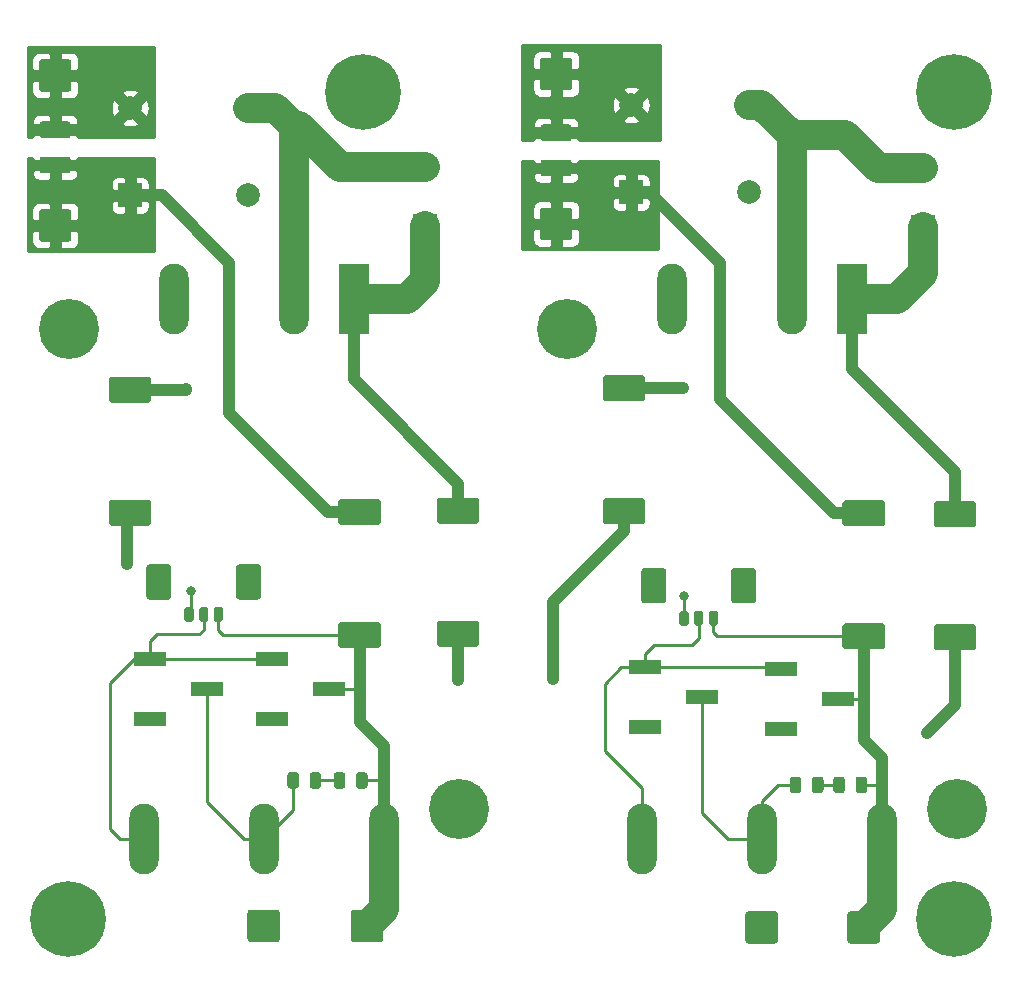
<source format=gtl>
G04 #@! TF.GenerationSoftware,KiCad,Pcbnew,5.1.6+dfsg1-1~bpo9+1*
G04 #@! TF.CreationDate,2022-04-04T20:49:37+02:00*
G04 #@! TF.ProjectId,sdrtrx-traco,73647274-7278-42d7-9472-61636f2e6b69,1*
G04 #@! TF.SameCoordinates,Original*
G04 #@! TF.FileFunction,Copper,L1,Top*
G04 #@! TF.FilePolarity,Positive*
%FSLAX46Y46*%
G04 Gerber Fmt 4.6, Leading zero omitted, Abs format (unit mm)*
G04 Created by KiCad (PCBNEW 5.1.6+dfsg1-1~bpo9+1) date 2022-04-04 20:49:37*
%MOMM*%
%LPD*%
G01*
G04 APERTURE LIST*
G04 #@! TA.AperFunction,ComponentPad*
%ADD10C,2.000000*%
G04 #@! TD*
G04 #@! TA.AperFunction,ComponentPad*
%ADD11R,2.000000X2.000000*%
G04 #@! TD*
G04 #@! TA.AperFunction,SMDPad,CuDef*
%ADD12R,2.790000X1.190000*%
G04 #@! TD*
G04 #@! TA.AperFunction,ComponentPad*
%ADD13C,5.080000*%
G04 #@! TD*
G04 #@! TA.AperFunction,ComponentPad*
%ADD14O,2.500000X6.000001*%
G04 #@! TD*
G04 #@! TA.AperFunction,ComponentPad*
%ADD15R,2.500000X6.000000*%
G04 #@! TD*
G04 #@! TA.AperFunction,ComponentPad*
%ADD16O,2.500000X6.000000*%
G04 #@! TD*
G04 #@! TA.AperFunction,ComponentPad*
%ADD17C,6.400000*%
G04 #@! TD*
G04 #@! TA.AperFunction,ViaPad*
%ADD18C,0.800000*%
G04 #@! TD*
G04 #@! TA.AperFunction,Conductor*
%ADD19C,0.254000*%
G04 #@! TD*
G04 #@! TA.AperFunction,Conductor*
%ADD20C,1.016000*%
G04 #@! TD*
G04 #@! TA.AperFunction,Conductor*
%ADD21C,2.540000*%
G04 #@! TD*
G04 #@! TA.AperFunction,Conductor*
%ADD22C,1.524000*%
G04 #@! TD*
G04 APERTURE END LIST*
G04 #@! TA.AperFunction,SMDPad,CuDef*
G36*
G01*
X11879000Y48760200D02*
X8644200Y48760200D01*
G75*
G02*
X8461600Y48942800I0J182600D01*
G01*
X8461600Y50777600D01*
G75*
G02*
X8644200Y50960200I182600J0D01*
G01*
X11879000Y50960200D01*
G75*
G02*
X12061600Y50777600I0J-182600D01*
G01*
X12061600Y48942800D01*
G75*
G02*
X11879000Y48760200I-182600J0D01*
G01*
G37*
G04 #@! TD.AperFunction*
G04 #@! TA.AperFunction,SMDPad,CuDef*
G36*
G01*
X11879000Y38346200D02*
X8644200Y38346200D01*
G75*
G02*
X8461600Y38528800I0J182600D01*
G01*
X8461600Y40363600D01*
G75*
G02*
X8644200Y40546200I182600J0D01*
G01*
X11879000Y40546200D01*
G75*
G02*
X12061600Y40363600I0J-182600D01*
G01*
X12061600Y38528800D01*
G75*
G02*
X11879000Y38346200I-182600J0D01*
G01*
G37*
G04 #@! TD.AperFunction*
G04 #@! TA.AperFunction,SMDPad,CuDef*
G36*
G01*
X39666600Y38511300D02*
X36431800Y38511300D01*
G75*
G02*
X36249200Y38693900I0J182600D01*
G01*
X36249200Y40528700D01*
G75*
G02*
X36431800Y40711300I182600J0D01*
G01*
X39666600Y40711300D01*
G75*
G02*
X39849200Y40528700I0J-182600D01*
G01*
X39849200Y38693900D01*
G75*
G02*
X39666600Y38511300I-182600J0D01*
G01*
G37*
G04 #@! TD.AperFunction*
G04 #@! TA.AperFunction,SMDPad,CuDef*
G36*
G01*
X39666600Y28097300D02*
X36431800Y28097300D01*
G75*
G02*
X36249200Y28279900I0J182600D01*
G01*
X36249200Y30114700D01*
G75*
G02*
X36431800Y30297300I182600J0D01*
G01*
X39666600Y30297300D01*
G75*
G02*
X39849200Y30114700I0J-182600D01*
G01*
X39849200Y28279900D01*
G75*
G02*
X39666600Y28097300I-182600J0D01*
G01*
G37*
G04 #@! TD.AperFunction*
G04 #@! TA.AperFunction,SMDPad,CuDef*
G36*
G01*
X53700100Y48849100D02*
X50465300Y48849100D01*
G75*
G02*
X50282700Y49031700I0J182600D01*
G01*
X50282700Y50866500D01*
G75*
G02*
X50465300Y51049100I182600J0D01*
G01*
X53700100Y51049100D01*
G75*
G02*
X53882700Y50866500I0J-182600D01*
G01*
X53882700Y49031700D01*
G75*
G02*
X53700100Y48849100I-182600J0D01*
G01*
G37*
G04 #@! TD.AperFunction*
G04 #@! TA.AperFunction,SMDPad,CuDef*
G36*
G01*
X53700100Y38435100D02*
X50465300Y38435100D01*
G75*
G02*
X50282700Y38617700I0J182600D01*
G01*
X50282700Y40452500D01*
G75*
G02*
X50465300Y40635100I182600J0D01*
G01*
X53700100Y40635100D01*
G75*
G02*
X53882700Y40452500I0J-182600D01*
G01*
X53882700Y38617700D01*
G75*
G02*
X53700100Y38435100I-182600J0D01*
G01*
G37*
G04 #@! TD.AperFunction*
G04 #@! TA.AperFunction,SMDPad,CuDef*
G36*
G01*
X81741700Y38206500D02*
X78506900Y38206500D01*
G75*
G02*
X78324300Y38389100I0J182600D01*
G01*
X78324300Y40223900D01*
G75*
G02*
X78506900Y40406500I182600J0D01*
G01*
X81741700Y40406500D01*
G75*
G02*
X81924300Y40223900I0J-182600D01*
G01*
X81924300Y38389100D01*
G75*
G02*
X81741700Y38206500I-182600J0D01*
G01*
G37*
G04 #@! TD.AperFunction*
G04 #@! TA.AperFunction,SMDPad,CuDef*
G36*
G01*
X81741700Y27792500D02*
X78506900Y27792500D01*
G75*
G02*
X78324300Y27975100I0J182600D01*
G01*
X78324300Y29809900D01*
G75*
G02*
X78506900Y29992500I182600J0D01*
G01*
X81741700Y29992500D01*
G75*
G02*
X81924300Y29809900I0J-182600D01*
G01*
X81924300Y27975100D01*
G75*
G02*
X81741700Y27792500I-182600J0D01*
G01*
G37*
G04 #@! TD.AperFunction*
G04 #@! TA.AperFunction,SMDPad,CuDef*
G36*
G01*
X74007400Y38270000D02*
X70772600Y38270000D01*
G75*
G02*
X70590000Y38452600I0J182600D01*
G01*
X70590000Y40287400D01*
G75*
G02*
X70772600Y40470000I182600J0D01*
G01*
X74007400Y40470000D01*
G75*
G02*
X74190000Y40287400I0J-182600D01*
G01*
X74190000Y38452600D01*
G75*
G02*
X74007400Y38270000I-182600J0D01*
G01*
G37*
G04 #@! TD.AperFunction*
G04 #@! TA.AperFunction,SMDPad,CuDef*
G36*
G01*
X74007400Y27856000D02*
X70772600Y27856000D01*
G75*
G02*
X70590000Y28038600I0J182600D01*
G01*
X70590000Y29873400D01*
G75*
G02*
X70772600Y30056000I182600J0D01*
G01*
X74007400Y30056000D01*
G75*
G02*
X74190000Y29873400I0J-182600D01*
G01*
X74190000Y28038600D01*
G75*
G02*
X74007400Y27856000I-182600J0D01*
G01*
G37*
G04 #@! TD.AperFunction*
G04 #@! TA.AperFunction,SMDPad,CuDef*
G36*
G01*
X28100600Y30183000D02*
X31335400Y30183000D01*
G75*
G02*
X31518000Y30000400I0J-182600D01*
G01*
X31518000Y28165600D01*
G75*
G02*
X31335400Y27983000I-182600J0D01*
G01*
X28100600Y27983000D01*
G75*
G02*
X27918000Y28165600I0J182600D01*
G01*
X27918000Y30000400D01*
G75*
G02*
X28100600Y30183000I182600J0D01*
G01*
G37*
G04 #@! TD.AperFunction*
G04 #@! TA.AperFunction,SMDPad,CuDef*
G36*
G01*
X28100600Y40597000D02*
X31335400Y40597000D01*
G75*
G02*
X31518000Y40414400I0J-182600D01*
G01*
X31518000Y38579600D01*
G75*
G02*
X31335400Y38397000I-182600J0D01*
G01*
X28100600Y38397000D01*
G75*
G02*
X27918000Y38579600I0J182600D01*
G01*
X27918000Y40414400D01*
G75*
G02*
X28100600Y40597000I182600J0D01*
G01*
G37*
G04 #@! TD.AperFunction*
D10*
X77393800Y68627000D03*
D11*
X77393800Y63627000D03*
D10*
X35255200Y68677800D03*
D11*
X35255200Y63677800D03*
G04 #@! TA.AperFunction,SMDPad,CuDef*
G36*
G01*
X47430000Y70879000D02*
X45280000Y70879000D01*
G75*
G02*
X45030000Y71129000I0J250000D01*
G01*
X45030000Y72054000D01*
G75*
G02*
X45280000Y72304000I250000J0D01*
G01*
X47430000Y72304000D01*
G75*
G02*
X47680000Y72054000I0J-250000D01*
G01*
X47680000Y71129000D01*
G75*
G02*
X47430000Y70879000I-250000J0D01*
G01*
G37*
G04 #@! TD.AperFunction*
G04 #@! TA.AperFunction,SMDPad,CuDef*
G36*
G01*
X47430000Y67904000D02*
X45280000Y67904000D01*
G75*
G02*
X45030000Y68154000I0J250000D01*
G01*
X45030000Y69079000D01*
G75*
G02*
X45280000Y69329000I250000J0D01*
G01*
X47430000Y69329000D01*
G75*
G02*
X47680000Y69079000I0J-250000D01*
G01*
X47680000Y68154000D01*
G75*
G02*
X47430000Y67904000I-250000J0D01*
G01*
G37*
G04 #@! TD.AperFunction*
G04 #@! TA.AperFunction,SMDPad,CuDef*
G36*
G01*
X5012000Y71133000D02*
X2862000Y71133000D01*
G75*
G02*
X2612000Y71383000I0J250000D01*
G01*
X2612000Y72308000D01*
G75*
G02*
X2862000Y72558000I250000J0D01*
G01*
X5012000Y72558000D01*
G75*
G02*
X5262000Y72308000I0J-250000D01*
G01*
X5262000Y71383000D01*
G75*
G02*
X5012000Y71133000I-250000J0D01*
G01*
G37*
G04 #@! TD.AperFunction*
G04 #@! TA.AperFunction,SMDPad,CuDef*
G36*
G01*
X5012000Y68158000D02*
X2862000Y68158000D01*
G75*
G02*
X2612000Y68408000I0J250000D01*
G01*
X2612000Y69333000D01*
G75*
G02*
X2862000Y69583000I250000J0D01*
G01*
X5012000Y69583000D01*
G75*
G02*
X5262000Y69333000I0J-250000D01*
G01*
X5262000Y68408000D01*
G75*
G02*
X5012000Y68158000I-250000J0D01*
G01*
G37*
G04 #@! TD.AperFunction*
G04 #@! TA.AperFunction,SMDPad,CuDef*
G36*
G01*
X55670000Y34500000D02*
X55670000Y32000000D01*
G75*
G02*
X55420000Y31750000I-250000J0D01*
G01*
X53820000Y31750000D01*
G75*
G02*
X53570000Y32000000I0J250000D01*
G01*
X53570000Y34500000D01*
G75*
G02*
X53820000Y34750000I250000J0D01*
G01*
X55420000Y34750000D01*
G75*
G02*
X55670000Y34500000I0J-250000D01*
G01*
G37*
G04 #@! TD.AperFunction*
G04 #@! TA.AperFunction,SMDPad,CuDef*
G36*
G01*
X63270000Y34500000D02*
X63270000Y32000000D01*
G75*
G02*
X63020000Y31750000I-250000J0D01*
G01*
X61420000Y31750000D01*
G75*
G02*
X61170000Y32000000I0J250000D01*
G01*
X61170000Y34500000D01*
G75*
G02*
X61420000Y34750000I250000J0D01*
G01*
X63020000Y34750000D01*
G75*
G02*
X63270000Y34500000I0J-250000D01*
G01*
G37*
G04 #@! TD.AperFunction*
G04 #@! TA.AperFunction,SMDPad,CuDef*
G36*
G01*
X57570000Y30950000D02*
X57570000Y30050000D01*
G75*
G02*
X57370000Y29850000I-200000J0D01*
G01*
X56970000Y29850000D01*
G75*
G02*
X56770000Y30050000I0J200000D01*
G01*
X56770000Y30950000D01*
G75*
G02*
X56970000Y31150000I200000J0D01*
G01*
X57370000Y31150000D01*
G75*
G02*
X57570000Y30950000I0J-200000D01*
G01*
G37*
G04 #@! TD.AperFunction*
G04 #@! TA.AperFunction,SMDPad,CuDef*
G36*
G01*
X58820000Y30950000D02*
X58820000Y30050000D01*
G75*
G02*
X58620000Y29850000I-200000J0D01*
G01*
X58220000Y29850000D01*
G75*
G02*
X58020000Y30050000I0J200000D01*
G01*
X58020000Y30950000D01*
G75*
G02*
X58220000Y31150000I200000J0D01*
G01*
X58620000Y31150000D01*
G75*
G02*
X58820000Y30950000I0J-200000D01*
G01*
G37*
G04 #@! TD.AperFunction*
G04 #@! TA.AperFunction,SMDPad,CuDef*
G36*
G01*
X60070000Y30950000D02*
X60070000Y30050000D01*
G75*
G02*
X59870000Y29850000I-200000J0D01*
G01*
X59470000Y29850000D01*
G75*
G02*
X59270000Y30050000I0J200000D01*
G01*
X59270000Y30950000D01*
G75*
G02*
X59470000Y31150000I200000J0D01*
G01*
X59870000Y31150000D01*
G75*
G02*
X60070000Y30950000I0J-200000D01*
G01*
G37*
G04 #@! TD.AperFunction*
D12*
X22286500Y21971000D03*
X27116500Y24511000D03*
X22286500Y27051000D03*
X53846000Y21272500D03*
X58676000Y23812500D03*
X53846000Y26352500D03*
X11999500Y21971000D03*
X16829500Y24511000D03*
X11999500Y27051000D03*
G04 #@! TA.AperFunction,SMDPad,CuDef*
G36*
G01*
X28506000Y17220250D02*
X28506000Y16307750D01*
G75*
G02*
X28262250Y16064000I-243750J0D01*
G01*
X27774750Y16064000D01*
G75*
G02*
X27531000Y16307750I0J243750D01*
G01*
X27531000Y17220250D01*
G75*
G02*
X27774750Y17464000I243750J0D01*
G01*
X28262250Y17464000D01*
G75*
G02*
X28506000Y17220250I0J-243750D01*
G01*
G37*
G04 #@! TD.AperFunction*
G04 #@! TA.AperFunction,SMDPad,CuDef*
G36*
G01*
X30381000Y17220250D02*
X30381000Y16307750D01*
G75*
G02*
X30137250Y16064000I-243750J0D01*
G01*
X29649750Y16064000D01*
G75*
G02*
X29406000Y16307750I0J243750D01*
G01*
X29406000Y17220250D01*
G75*
G02*
X29649750Y17464000I243750J0D01*
G01*
X30137250Y17464000D01*
G75*
G02*
X30381000Y17220250I0J-243750D01*
G01*
G37*
G04 #@! TD.AperFunction*
G04 #@! TA.AperFunction,SMDPad,CuDef*
G36*
G01*
X70797000Y16839250D02*
X70797000Y15926750D01*
G75*
G02*
X70553250Y15683000I-243750J0D01*
G01*
X70065750Y15683000D01*
G75*
G02*
X69822000Y15926750I0J243750D01*
G01*
X69822000Y16839250D01*
G75*
G02*
X70065750Y17083000I243750J0D01*
G01*
X70553250Y17083000D01*
G75*
G02*
X70797000Y16839250I0J-243750D01*
G01*
G37*
G04 #@! TD.AperFunction*
G04 #@! TA.AperFunction,SMDPad,CuDef*
G36*
G01*
X72672000Y16839250D02*
X72672000Y15926750D01*
G75*
G02*
X72428250Y15683000I-243750J0D01*
G01*
X71940750Y15683000D01*
G75*
G02*
X71697000Y15926750I0J243750D01*
G01*
X71697000Y16839250D01*
G75*
G02*
X71940750Y17083000I243750J0D01*
G01*
X72428250Y17083000D01*
G75*
G02*
X72672000Y16839250I0J-243750D01*
G01*
G37*
G04 #@! TD.AperFunction*
G04 #@! TA.AperFunction,SMDPad,CuDef*
G36*
G01*
X25469000Y16307750D02*
X25469000Y17220250D01*
G75*
G02*
X25712750Y17464000I243750J0D01*
G01*
X26200250Y17464000D01*
G75*
G02*
X26444000Y17220250I0J-243750D01*
G01*
X26444000Y16307750D01*
G75*
G02*
X26200250Y16064000I-243750J0D01*
G01*
X25712750Y16064000D01*
G75*
G02*
X25469000Y16307750I0J243750D01*
G01*
G37*
G04 #@! TD.AperFunction*
G04 #@! TA.AperFunction,SMDPad,CuDef*
G36*
G01*
X23594000Y16307750D02*
X23594000Y17220250D01*
G75*
G02*
X23837750Y17464000I243750J0D01*
G01*
X24325250Y17464000D01*
G75*
G02*
X24569000Y17220250I0J-243750D01*
G01*
X24569000Y16307750D01*
G75*
G02*
X24325250Y16064000I-243750J0D01*
G01*
X23837750Y16064000D01*
G75*
G02*
X23594000Y16307750I0J243750D01*
G01*
G37*
G04 #@! TD.AperFunction*
G04 #@! TA.AperFunction,SMDPad,CuDef*
G36*
G01*
X68014000Y15926750D02*
X68014000Y16839250D01*
G75*
G02*
X68257750Y17083000I243750J0D01*
G01*
X68745250Y17083000D01*
G75*
G02*
X68989000Y16839250I0J-243750D01*
G01*
X68989000Y15926750D01*
G75*
G02*
X68745250Y15683000I-243750J0D01*
G01*
X68257750Y15683000D01*
G75*
G02*
X68014000Y15926750I0J243750D01*
G01*
G37*
G04 #@! TD.AperFunction*
G04 #@! TA.AperFunction,SMDPad,CuDef*
G36*
G01*
X66139000Y15926750D02*
X66139000Y16839250D01*
G75*
G02*
X66382750Y17083000I243750J0D01*
G01*
X66870250Y17083000D01*
G75*
G02*
X67114000Y16839250I0J-243750D01*
G01*
X67114000Y15926750D01*
G75*
G02*
X66870250Y15683000I-243750J0D01*
G01*
X66382750Y15683000D01*
G75*
G02*
X66139000Y15926750I0J243750D01*
G01*
G37*
G04 #@! TD.AperFunction*
D10*
X62705000Y73948000D03*
X62705000Y66548000D03*
X52705000Y73948000D03*
D11*
X52705000Y66548000D03*
G04 #@! TA.AperFunction,ComponentPad*
G36*
G01*
X44980000Y75455999D02*
X44980000Y77706001D01*
G75*
G02*
X45229999Y77956000I249999J0D01*
G01*
X47480001Y77956000D01*
G75*
G02*
X47730000Y77706001I0J-249999D01*
G01*
X47730000Y75455999D01*
G75*
G02*
X47480001Y75206000I-249999J0D01*
G01*
X45229999Y75206000D01*
G75*
G02*
X44980000Y75455999I0J249999D01*
G01*
G37*
G04 #@! TD.AperFunction*
G04 #@! TA.AperFunction,ComponentPad*
G36*
G01*
X44980000Y62755999D02*
X44980000Y65006001D01*
G75*
G02*
X45229999Y65256000I249999J0D01*
G01*
X47480001Y65256000D01*
G75*
G02*
X47730000Y65006001I0J-249999D01*
G01*
X47730000Y62755999D01*
G75*
G02*
X47480001Y62506000I-249999J0D01*
G01*
X45229999Y62506000D01*
G75*
G02*
X44980000Y62755999I0J249999D01*
G01*
G37*
G04 #@! TD.AperFunction*
D12*
X65403000Y21145500D03*
X70233000Y23685500D03*
X65403000Y26225500D03*
D13*
X80264000Y14351000D03*
X47244000Y54991000D03*
D14*
X53594000Y11811000D03*
X73914000Y11811000D03*
D15*
X71374000Y57531000D03*
D16*
X66294000Y57531000D03*
D14*
X56134000Y57531000D03*
X63754000Y11811000D03*
D13*
X38100000Y14351000D03*
X5080000Y54991000D03*
D14*
X11430000Y11811000D03*
X31750000Y11811000D03*
D15*
X29210000Y57531000D03*
D16*
X24130000Y57531000D03*
D14*
X13970000Y57531000D03*
X21590000Y11811000D03*
G04 #@! TA.AperFunction,SMDPad,CuDef*
G36*
G01*
X13760000Y34817500D02*
X13760000Y32317500D01*
G75*
G02*
X13510000Y32067500I-250000J0D01*
G01*
X11910000Y32067500D01*
G75*
G02*
X11660000Y32317500I0J250000D01*
G01*
X11660000Y34817500D01*
G75*
G02*
X11910000Y35067500I250000J0D01*
G01*
X13510000Y35067500D01*
G75*
G02*
X13760000Y34817500I0J-250000D01*
G01*
G37*
G04 #@! TD.AperFunction*
G04 #@! TA.AperFunction,SMDPad,CuDef*
G36*
G01*
X21360000Y34817500D02*
X21360000Y32317500D01*
G75*
G02*
X21110000Y32067500I-250000J0D01*
G01*
X19510000Y32067500D01*
G75*
G02*
X19260000Y32317500I0J250000D01*
G01*
X19260000Y34817500D01*
G75*
G02*
X19510000Y35067500I250000J0D01*
G01*
X21110000Y35067500D01*
G75*
G02*
X21360000Y34817500I0J-250000D01*
G01*
G37*
G04 #@! TD.AperFunction*
G04 #@! TA.AperFunction,SMDPad,CuDef*
G36*
G01*
X15660000Y31267500D02*
X15660000Y30367500D01*
G75*
G02*
X15460000Y30167500I-200000J0D01*
G01*
X15060000Y30167500D01*
G75*
G02*
X14860000Y30367500I0J200000D01*
G01*
X14860000Y31267500D01*
G75*
G02*
X15060000Y31467500I200000J0D01*
G01*
X15460000Y31467500D01*
G75*
G02*
X15660000Y31267500I0J-200000D01*
G01*
G37*
G04 #@! TD.AperFunction*
G04 #@! TA.AperFunction,SMDPad,CuDef*
G36*
G01*
X16910000Y31267500D02*
X16910000Y30367500D01*
G75*
G02*
X16710000Y30167500I-200000J0D01*
G01*
X16310000Y30167500D01*
G75*
G02*
X16110000Y30367500I0J200000D01*
G01*
X16110000Y31267500D01*
G75*
G02*
X16310000Y31467500I200000J0D01*
G01*
X16710000Y31467500D01*
G75*
G02*
X16910000Y31267500I0J-200000D01*
G01*
G37*
G04 #@! TD.AperFunction*
G04 #@! TA.AperFunction,SMDPad,CuDef*
G36*
G01*
X18160000Y31267500D02*
X18160000Y30367500D01*
G75*
G02*
X17960000Y30167500I-200000J0D01*
G01*
X17560000Y30167500D01*
G75*
G02*
X17360000Y30367500I0J200000D01*
G01*
X17360000Y31267500D01*
G75*
G02*
X17560000Y31467500I200000J0D01*
G01*
X17960000Y31467500D01*
G75*
G02*
X18160000Y31267500I0J-200000D01*
G01*
G37*
G04 #@! TD.AperFunction*
G04 #@! TA.AperFunction,ComponentPad*
G36*
G01*
X20464999Y5820000D02*
X22715001Y5820000D01*
G75*
G02*
X22965000Y5570001I0J-249999D01*
G01*
X22965000Y3319999D01*
G75*
G02*
X22715001Y3070000I-249999J0D01*
G01*
X20464999Y3070000D01*
G75*
G02*
X20215000Y3319999I0J249999D01*
G01*
X20215000Y5570001D01*
G75*
G02*
X20464999Y5820000I249999J0D01*
G01*
G37*
G04 #@! TD.AperFunction*
G04 #@! TA.AperFunction,ComponentPad*
G36*
G01*
X29227999Y5820000D02*
X31478001Y5820000D01*
G75*
G02*
X31728000Y5570001I0J-249999D01*
G01*
X31728000Y3319999D01*
G75*
G02*
X31478001Y3070000I-249999J0D01*
G01*
X29227999Y3070000D01*
G75*
G02*
X28978000Y3319999I0J249999D01*
G01*
X28978000Y5570001D01*
G75*
G02*
X29227999Y5820000I249999J0D01*
G01*
G37*
G04 #@! TD.AperFunction*
G04 #@! TA.AperFunction,ComponentPad*
G36*
G01*
X62628999Y5693000D02*
X64879001Y5693000D01*
G75*
G02*
X65129000Y5443001I0J-249999D01*
G01*
X65129000Y3192999D01*
G75*
G02*
X64879001Y2943000I-249999J0D01*
G01*
X62628999Y2943000D01*
G75*
G02*
X62379000Y3192999I0J249999D01*
G01*
X62379000Y5443001D01*
G75*
G02*
X62628999Y5693000I249999J0D01*
G01*
G37*
G04 #@! TD.AperFunction*
G04 #@! TA.AperFunction,ComponentPad*
G36*
G01*
X71264999Y5693000D02*
X73515001Y5693000D01*
G75*
G02*
X73765000Y5443001I0J-249999D01*
G01*
X73765000Y3192999D01*
G75*
G02*
X73515001Y2943000I-249999J0D01*
G01*
X71264999Y2943000D01*
G75*
G02*
X71015000Y3192999I0J249999D01*
G01*
X71015000Y5443001D01*
G75*
G02*
X71264999Y5693000I249999J0D01*
G01*
G37*
G04 #@! TD.AperFunction*
G04 #@! TA.AperFunction,ComponentPad*
G36*
G01*
X5312000Y77579001D02*
X5312000Y75328999D01*
G75*
G02*
X5062001Y75079000I-249999J0D01*
G01*
X2811999Y75079000D01*
G75*
G02*
X2562000Y75328999I0J249999D01*
G01*
X2562000Y77579001D01*
G75*
G02*
X2811999Y77829000I249999J0D01*
G01*
X5062001Y77829000D01*
G75*
G02*
X5312000Y77579001I0J-249999D01*
G01*
G37*
G04 #@! TD.AperFunction*
G04 #@! TA.AperFunction,ComponentPad*
G36*
G01*
X5312000Y64879001D02*
X5312000Y62628999D01*
G75*
G02*
X5062001Y62379000I-249999J0D01*
G01*
X2811999Y62379000D01*
G75*
G02*
X2562000Y62628999I0J249999D01*
G01*
X2562000Y64879001D01*
G75*
G02*
X2811999Y65129000I249999J0D01*
G01*
X5062001Y65129000D01*
G75*
G02*
X5312000Y64879001I0J-249999D01*
G01*
G37*
G04 #@! TD.AperFunction*
D10*
X20287000Y73694000D03*
X20287000Y66294000D03*
X10287000Y73694000D03*
D11*
X10287000Y66294000D03*
D17*
X80000000Y75010000D03*
X80000000Y5010000D03*
X30000000Y75010000D03*
X5000000Y5010000D03*
D18*
X57150000Y32385000D03*
X15430500Y32829500D03*
X77749400Y20764500D03*
X9994900Y35064700D03*
X46050200Y25387300D03*
X38049200Y25298400D03*
X15049500Y49936400D03*
X57061100Y50025300D03*
D19*
X20808000Y12339000D02*
X21590000Y11557000D01*
X21062000Y12085000D02*
X21590000Y11557000D01*
X24081500Y14302500D02*
X21590000Y11811000D01*
X24081500Y16764000D02*
X24081500Y14302500D01*
X63754000Y11811000D02*
X63754000Y14986000D01*
X65151000Y16383000D02*
X66626500Y16383000D01*
X63754000Y14986000D02*
X65151000Y16383000D01*
X63754000Y11557000D02*
X63353000Y11958000D01*
X58676000Y23812500D02*
X58676000Y14031500D01*
X60896500Y11811000D02*
X63754000Y11811000D01*
X58676000Y14031500D02*
X60896500Y11811000D01*
X57150000Y30520000D02*
X57170000Y30500000D01*
X57150000Y32385000D02*
X57150000Y30520000D01*
X16829500Y24511000D02*
X16829500Y14920500D01*
X19939000Y11811000D02*
X21590000Y11811000D01*
X16829500Y14920500D02*
X19939000Y11811000D01*
X15430500Y30988000D02*
X15260000Y30817500D01*
X15430500Y32829500D02*
X15430500Y30988000D01*
D20*
X80124300Y23139400D02*
X77749400Y20764500D01*
X80124300Y28892500D02*
X80124300Y23139400D01*
X9994900Y39179500D02*
X10261600Y39446200D01*
X9994900Y35064700D02*
X9994900Y39179500D01*
X52082700Y39535100D02*
X52082700Y37896800D01*
X46050200Y31864300D02*
X46050200Y25387300D01*
X52082700Y37896800D02*
X46050200Y31864300D01*
X38049200Y29197300D02*
X38049200Y25298400D01*
X31750000Y19685000D02*
X29718000Y21717000D01*
D19*
X29718000Y29083000D02*
X29718000Y25400000D01*
D21*
X31750000Y5842000D02*
X30353000Y4445000D01*
X31750000Y11557000D02*
X31750000Y5842000D01*
D19*
X29893500Y16764000D02*
X31496000Y16764000D01*
D20*
X31750000Y16510000D02*
X31750000Y19685000D01*
D19*
X31496000Y16764000D02*
X31750000Y16510000D01*
D20*
X31750000Y11557000D02*
X31750000Y16510000D01*
D19*
X17760000Y30817500D02*
X17760000Y29484000D01*
X18161000Y29083000D02*
X26098500Y29083000D01*
X17760000Y29484000D02*
X18161000Y29083000D01*
X26098500Y29083000D02*
X25908000Y29083000D01*
X29718000Y29083000D02*
X26098500Y29083000D01*
X29464000Y24511000D02*
X29718000Y24257000D01*
X27116500Y24511000D02*
X29464000Y24511000D01*
D20*
X29718000Y24257000D02*
X29718000Y29083000D01*
X29718000Y21717000D02*
X29718000Y24257000D01*
D19*
X68501500Y16383000D02*
X70309500Y16383000D01*
D20*
X73914000Y18669000D02*
X72390000Y20193000D01*
D19*
X67564000Y28956000D02*
X72390000Y28956000D01*
D21*
X73914000Y5842000D02*
X72390000Y4318000D01*
X73914000Y11557000D02*
X73914000Y5842000D01*
D19*
X72644000Y21590000D02*
X72390000Y21336000D01*
D20*
X72390000Y20193000D02*
X72390000Y21336000D01*
D19*
X73533000Y16383000D02*
X73914000Y16764000D01*
X72184500Y16383000D02*
X73533000Y16383000D01*
D20*
X73914000Y16764000D02*
X73914000Y18669000D01*
X73914000Y11557000D02*
X73914000Y16764000D01*
D19*
X72263000Y23685500D02*
X72390000Y23812500D01*
X70233000Y23685500D02*
X72263000Y23685500D01*
D20*
X72390000Y23812500D02*
X72390000Y28956000D01*
X72390000Y21336000D02*
X72390000Y23812500D01*
D19*
X59670000Y30500000D02*
X59670000Y29293500D01*
X60007500Y28956000D02*
X67564000Y28956000D01*
X59670000Y29293500D02*
X60007500Y28956000D01*
D20*
X14973300Y49860200D02*
X15049500Y49936400D01*
X10261600Y49860200D02*
X14973300Y49860200D01*
D19*
X22286500Y27051000D02*
X11999500Y27051000D01*
X11999500Y27051000D02*
X11999500Y28573000D01*
X11999500Y28573000D02*
X12573000Y29146500D01*
X12573000Y29146500D02*
X16129000Y29146500D01*
X16510000Y29527500D02*
X16510000Y30817500D01*
X16129000Y29146500D02*
X16510000Y29527500D01*
X11430000Y11811000D02*
X9398000Y11811000D01*
X9398000Y11811000D02*
X8572500Y12636500D01*
X8572500Y12636500D02*
X8572500Y25019000D01*
X10604500Y27051000D02*
X11999500Y27051000D01*
X8572500Y25019000D02*
X10604500Y27051000D01*
X53594000Y11811000D02*
X53594000Y16129000D01*
X53594000Y16129000D02*
X50482500Y19240500D01*
X50482500Y19240500D02*
X50482500Y24955500D01*
X51879500Y26352500D02*
X53846000Y26352500D01*
X50482500Y24955500D02*
X51879500Y26352500D01*
X65276000Y26352500D02*
X65403000Y26225500D01*
X53846000Y26352500D02*
X65276000Y26352500D01*
X53846000Y26352500D02*
X53846000Y27493500D01*
X53846000Y27493500D02*
X54610000Y28257500D01*
X54610000Y28257500D02*
X57848500Y28257500D01*
X58420000Y28829000D02*
X58420000Y30500000D01*
X57848500Y28257500D02*
X58420000Y28829000D01*
D20*
X10287000Y66294000D02*
X12954000Y66294000D01*
X12954000Y66294000D02*
X18669000Y60579000D01*
X18669000Y60579000D02*
X18669000Y47879000D01*
X27051000Y39497000D02*
X29718000Y39497000D01*
X18669000Y47879000D02*
X27051000Y39497000D01*
X72263000Y39497000D02*
X72390000Y39370000D01*
X72390000Y39370000D02*
X69850000Y39370000D01*
X69850000Y39370000D02*
X60198000Y49022000D01*
X60198000Y49022000D02*
X60198000Y60579000D01*
X54229000Y66548000D02*
X52705000Y66548000D01*
X60198000Y60579000D02*
X54229000Y66548000D01*
X52158900Y50025300D02*
X52082700Y49949100D01*
X57061100Y50025300D02*
X52158900Y50025300D01*
D19*
X28018500Y16764000D02*
X25956500Y16764000D01*
D22*
X24003000Y57404000D02*
X24130000Y57277000D01*
D21*
X20287000Y73694000D02*
X22572000Y73694000D01*
X22572000Y73694000D02*
X24130000Y72136000D01*
X24130000Y72136000D02*
X24130000Y66548000D01*
X24130000Y66548000D02*
X24130000Y57277000D01*
X35255200Y68677800D02*
X28063200Y68677800D01*
X24605000Y72136000D02*
X24130000Y72136000D01*
X28063200Y68677800D02*
X24605000Y72136000D01*
D20*
X38049200Y39611300D02*
X38049200Y41871900D01*
X29210000Y50711100D02*
X29210000Y57531000D01*
X38049200Y41871900D02*
X29210000Y50711100D01*
D21*
X35255200Y63677800D02*
X35255200Y59080400D01*
X33705800Y57531000D02*
X29210000Y57531000D01*
X35255200Y59080400D02*
X33705800Y57531000D01*
X63720000Y73948000D02*
X62705000Y73948000D01*
X66294000Y71374000D02*
X63720000Y73948000D01*
X66294000Y57277000D02*
X66294000Y71374000D01*
X66294000Y71374000D02*
X70840600Y71374000D01*
X73587600Y68627000D02*
X77393800Y68627000D01*
X70840600Y71374000D02*
X73587600Y68627000D01*
D20*
X80124300Y39306500D02*
X80124300Y42862500D01*
X71374000Y51612800D02*
X71374000Y57531000D01*
X80124300Y42862500D02*
X71374000Y51612800D01*
D21*
X77393800Y63627000D02*
X77393800Y59740800D01*
X75184000Y57531000D02*
X71374000Y57531000D01*
X77393800Y59740800D02*
X75184000Y57531000D01*
D19*
G36*
X12319000Y71247000D02*
G01*
X5898134Y71247000D01*
X5897000Y71313750D01*
X5738250Y71472500D01*
X4310000Y71472500D01*
X4310000Y71452500D01*
X3564000Y71452500D01*
X3564000Y71472500D01*
X2135750Y71472500D01*
X1977000Y71313750D01*
X1975866Y71247000D01*
X1651000Y71247000D01*
X1651000Y72558000D01*
X1973928Y72558000D01*
X1977000Y72377250D01*
X2135750Y72218500D01*
X3564000Y72218500D01*
X3564000Y73034250D01*
X4310000Y73034250D01*
X4310000Y72218500D01*
X5738250Y72218500D01*
X5897000Y72377250D01*
X5897632Y72414473D01*
X9534974Y72414473D01*
X9648302Y72180322D01*
X9955877Y72084803D01*
X10276178Y72051125D01*
X10596895Y72080582D01*
X10905703Y72172040D01*
X10925698Y72180322D01*
X11039026Y72414473D01*
X10287000Y73166498D01*
X9534974Y72414473D01*
X5897632Y72414473D01*
X5900072Y72558000D01*
X5887812Y72682482D01*
X5851502Y72802180D01*
X5792537Y72912494D01*
X5713185Y73009185D01*
X5616494Y73088537D01*
X5506180Y73147502D01*
X5386482Y73183812D01*
X5262000Y73196072D01*
X4468750Y73193000D01*
X4310000Y73034250D01*
X3564000Y73034250D01*
X3405250Y73193000D01*
X2612000Y73196072D01*
X2487518Y73183812D01*
X2367820Y73147502D01*
X2257506Y73088537D01*
X2160815Y73009185D01*
X2081463Y72912494D01*
X2022498Y72802180D01*
X1986188Y72682482D01*
X1973928Y72558000D01*
X1651000Y72558000D01*
X1651000Y73704822D01*
X8644125Y73704822D01*
X8673582Y73384105D01*
X8765040Y73075297D01*
X8773322Y73055302D01*
X9007473Y72941974D01*
X9759498Y73694000D01*
X10814502Y73694000D01*
X11566527Y72941974D01*
X11800678Y73055302D01*
X11896197Y73362877D01*
X11929875Y73683178D01*
X11900418Y74003895D01*
X11808960Y74312703D01*
X11800678Y74332698D01*
X11566527Y74446026D01*
X10814502Y73694000D01*
X9759498Y73694000D01*
X9007473Y74446026D01*
X8773322Y74332698D01*
X8677803Y74025123D01*
X8644125Y73704822D01*
X1651000Y73704822D01*
X1651000Y75079000D01*
X1923928Y75079000D01*
X1936188Y74954518D01*
X1972498Y74834820D01*
X2031463Y74724506D01*
X2110815Y74627815D01*
X2207506Y74548463D01*
X2317820Y74489498D01*
X2437518Y74453188D01*
X2562000Y74440928D01*
X3405250Y74444000D01*
X3564000Y74602750D01*
X3564000Y76081000D01*
X4310000Y76081000D01*
X4310000Y74602750D01*
X4468750Y74444000D01*
X5312000Y74440928D01*
X5436482Y74453188D01*
X5556180Y74489498D01*
X5666494Y74548463D01*
X5763185Y74627815D01*
X5842537Y74724506D01*
X5901502Y74834820D01*
X5937812Y74954518D01*
X5939684Y74973527D01*
X9534974Y74973527D01*
X10287000Y74221502D01*
X11039026Y74973527D01*
X10925698Y75207678D01*
X10618123Y75303197D01*
X10297822Y75336875D01*
X9977105Y75307418D01*
X9668297Y75215960D01*
X9648302Y75207678D01*
X9534974Y74973527D01*
X5939684Y74973527D01*
X5950072Y75079000D01*
X5947000Y75922250D01*
X5788250Y76081000D01*
X4310000Y76081000D01*
X3564000Y76081000D01*
X2085750Y76081000D01*
X1927000Y75922250D01*
X1923928Y75079000D01*
X1651000Y75079000D01*
X1651000Y77829000D01*
X1923928Y77829000D01*
X1927000Y76985750D01*
X2085750Y76827000D01*
X3564000Y76827000D01*
X3564000Y78305250D01*
X4310000Y78305250D01*
X4310000Y76827000D01*
X5788250Y76827000D01*
X5947000Y76985750D01*
X5950072Y77829000D01*
X5937812Y77953482D01*
X5901502Y78073180D01*
X5842537Y78183494D01*
X5763185Y78280185D01*
X5666494Y78359537D01*
X5556180Y78418502D01*
X5436482Y78454812D01*
X5312000Y78467072D01*
X4468750Y78464000D01*
X4310000Y78305250D01*
X3564000Y78305250D01*
X3405250Y78464000D01*
X2562000Y78467072D01*
X2437518Y78454812D01*
X2317820Y78418502D01*
X2207506Y78359537D01*
X2110815Y78280185D01*
X2031463Y78183494D01*
X1972498Y78073180D01*
X1936188Y77953482D01*
X1923928Y77829000D01*
X1651000Y77829000D01*
X1651000Y78867000D01*
X12319000Y78867000D01*
X12319000Y71247000D01*
G37*
X12319000Y71247000D02*
X5898134Y71247000D01*
X5897000Y71313750D01*
X5738250Y71472500D01*
X4310000Y71472500D01*
X4310000Y71452500D01*
X3564000Y71452500D01*
X3564000Y71472500D01*
X2135750Y71472500D01*
X1977000Y71313750D01*
X1975866Y71247000D01*
X1651000Y71247000D01*
X1651000Y72558000D01*
X1973928Y72558000D01*
X1977000Y72377250D01*
X2135750Y72218500D01*
X3564000Y72218500D01*
X3564000Y73034250D01*
X4310000Y73034250D01*
X4310000Y72218500D01*
X5738250Y72218500D01*
X5897000Y72377250D01*
X5897632Y72414473D01*
X9534974Y72414473D01*
X9648302Y72180322D01*
X9955877Y72084803D01*
X10276178Y72051125D01*
X10596895Y72080582D01*
X10905703Y72172040D01*
X10925698Y72180322D01*
X11039026Y72414473D01*
X10287000Y73166498D01*
X9534974Y72414473D01*
X5897632Y72414473D01*
X5900072Y72558000D01*
X5887812Y72682482D01*
X5851502Y72802180D01*
X5792537Y72912494D01*
X5713185Y73009185D01*
X5616494Y73088537D01*
X5506180Y73147502D01*
X5386482Y73183812D01*
X5262000Y73196072D01*
X4468750Y73193000D01*
X4310000Y73034250D01*
X3564000Y73034250D01*
X3405250Y73193000D01*
X2612000Y73196072D01*
X2487518Y73183812D01*
X2367820Y73147502D01*
X2257506Y73088537D01*
X2160815Y73009185D01*
X2081463Y72912494D01*
X2022498Y72802180D01*
X1986188Y72682482D01*
X1973928Y72558000D01*
X1651000Y72558000D01*
X1651000Y73704822D01*
X8644125Y73704822D01*
X8673582Y73384105D01*
X8765040Y73075297D01*
X8773322Y73055302D01*
X9007473Y72941974D01*
X9759498Y73694000D01*
X10814502Y73694000D01*
X11566527Y72941974D01*
X11800678Y73055302D01*
X11896197Y73362877D01*
X11929875Y73683178D01*
X11900418Y74003895D01*
X11808960Y74312703D01*
X11800678Y74332698D01*
X11566527Y74446026D01*
X10814502Y73694000D01*
X9759498Y73694000D01*
X9007473Y74446026D01*
X8773322Y74332698D01*
X8677803Y74025123D01*
X8644125Y73704822D01*
X1651000Y73704822D01*
X1651000Y75079000D01*
X1923928Y75079000D01*
X1936188Y74954518D01*
X1972498Y74834820D01*
X2031463Y74724506D01*
X2110815Y74627815D01*
X2207506Y74548463D01*
X2317820Y74489498D01*
X2437518Y74453188D01*
X2562000Y74440928D01*
X3405250Y74444000D01*
X3564000Y74602750D01*
X3564000Y76081000D01*
X4310000Y76081000D01*
X4310000Y74602750D01*
X4468750Y74444000D01*
X5312000Y74440928D01*
X5436482Y74453188D01*
X5556180Y74489498D01*
X5666494Y74548463D01*
X5763185Y74627815D01*
X5842537Y74724506D01*
X5901502Y74834820D01*
X5937812Y74954518D01*
X5939684Y74973527D01*
X9534974Y74973527D01*
X10287000Y74221502D01*
X11039026Y74973527D01*
X10925698Y75207678D01*
X10618123Y75303197D01*
X10297822Y75336875D01*
X9977105Y75307418D01*
X9668297Y75215960D01*
X9648302Y75207678D01*
X9534974Y74973527D01*
X5939684Y74973527D01*
X5950072Y75079000D01*
X5947000Y75922250D01*
X5788250Y76081000D01*
X4310000Y76081000D01*
X3564000Y76081000D01*
X2085750Y76081000D01*
X1927000Y75922250D01*
X1923928Y75079000D01*
X1651000Y75079000D01*
X1651000Y77829000D01*
X1923928Y77829000D01*
X1927000Y76985750D01*
X2085750Y76827000D01*
X3564000Y76827000D01*
X3564000Y78305250D01*
X4310000Y78305250D01*
X4310000Y76827000D01*
X5788250Y76827000D01*
X5947000Y76985750D01*
X5950072Y77829000D01*
X5937812Y77953482D01*
X5901502Y78073180D01*
X5842537Y78183494D01*
X5763185Y78280185D01*
X5666494Y78359537D01*
X5556180Y78418502D01*
X5436482Y78454812D01*
X5312000Y78467072D01*
X4468750Y78464000D01*
X4310000Y78305250D01*
X3564000Y78305250D01*
X3405250Y78464000D01*
X2562000Y78467072D01*
X2437518Y78454812D01*
X2317820Y78418502D01*
X2207506Y78359537D01*
X2110815Y78280185D01*
X2031463Y78183494D01*
X1972498Y78073180D01*
X1936188Y77953482D01*
X1923928Y77829000D01*
X1651000Y77829000D01*
X1651000Y78867000D01*
X12319000Y78867000D01*
X12319000Y71247000D01*
G36*
X1977000Y69402250D02*
G01*
X2135750Y69243500D01*
X3564000Y69243500D01*
X3564000Y69263500D01*
X4310000Y69263500D01*
X4310000Y69243500D01*
X5738250Y69243500D01*
X5897000Y69402250D01*
X5898134Y69469000D01*
X12319000Y69469000D01*
X12319000Y61595000D01*
X1651000Y61595000D01*
X1651000Y62379000D01*
X1923928Y62379000D01*
X1936188Y62254518D01*
X1972498Y62134820D01*
X2031463Y62024506D01*
X2110815Y61927815D01*
X2207506Y61848463D01*
X2317820Y61789498D01*
X2437518Y61753188D01*
X2562000Y61740928D01*
X3405250Y61744000D01*
X3564000Y61902750D01*
X3564000Y63381000D01*
X4310000Y63381000D01*
X4310000Y61902750D01*
X4468750Y61744000D01*
X5312000Y61740928D01*
X5436482Y61753188D01*
X5556180Y61789498D01*
X5666494Y61848463D01*
X5763185Y61927815D01*
X5842537Y62024506D01*
X5901502Y62134820D01*
X5937812Y62254518D01*
X5950072Y62379000D01*
X5947000Y63222250D01*
X5788250Y63381000D01*
X4310000Y63381000D01*
X3564000Y63381000D01*
X2085750Y63381000D01*
X1927000Y63222250D01*
X1923928Y62379000D01*
X1651000Y62379000D01*
X1651000Y65129000D01*
X1923928Y65129000D01*
X1927000Y64285750D01*
X2085750Y64127000D01*
X3564000Y64127000D01*
X3564000Y65605250D01*
X4310000Y65605250D01*
X4310000Y64127000D01*
X5788250Y64127000D01*
X5947000Y64285750D01*
X5950072Y65129000D01*
X5937812Y65253482D01*
X5925521Y65294000D01*
X8648928Y65294000D01*
X8661188Y65169518D01*
X8697498Y65049820D01*
X8756463Y64939506D01*
X8835815Y64842815D01*
X8932506Y64763463D01*
X9042820Y64704498D01*
X9162518Y64668188D01*
X9287000Y64655928D01*
X9755250Y64659000D01*
X9914000Y64817750D01*
X9914000Y65921000D01*
X10660000Y65921000D01*
X10660000Y64817750D01*
X10818750Y64659000D01*
X11287000Y64655928D01*
X11411482Y64668188D01*
X11531180Y64704498D01*
X11641494Y64763463D01*
X11738185Y64842815D01*
X11817537Y64939506D01*
X11876502Y65049820D01*
X11912812Y65169518D01*
X11925072Y65294000D01*
X11922000Y65762250D01*
X11763250Y65921000D01*
X10660000Y65921000D01*
X9914000Y65921000D01*
X8810750Y65921000D01*
X8652000Y65762250D01*
X8648928Y65294000D01*
X5925521Y65294000D01*
X5901502Y65373180D01*
X5842537Y65483494D01*
X5763185Y65580185D01*
X5666494Y65659537D01*
X5556180Y65718502D01*
X5436482Y65754812D01*
X5312000Y65767072D01*
X4468750Y65764000D01*
X4310000Y65605250D01*
X3564000Y65605250D01*
X3405250Y65764000D01*
X2562000Y65767072D01*
X2437518Y65754812D01*
X2317820Y65718502D01*
X2207506Y65659537D01*
X2110815Y65580185D01*
X2031463Y65483494D01*
X1972498Y65373180D01*
X1936188Y65253482D01*
X1923928Y65129000D01*
X1651000Y65129000D01*
X1651000Y67294000D01*
X8648928Y67294000D01*
X8652000Y66825750D01*
X8810750Y66667000D01*
X9914000Y66667000D01*
X9914000Y67770250D01*
X10660000Y67770250D01*
X10660000Y66667000D01*
X11763250Y66667000D01*
X11922000Y66825750D01*
X11925072Y67294000D01*
X11912812Y67418482D01*
X11876502Y67538180D01*
X11817537Y67648494D01*
X11738185Y67745185D01*
X11641494Y67824537D01*
X11531180Y67883502D01*
X11411482Y67919812D01*
X11287000Y67932072D01*
X10818750Y67929000D01*
X10660000Y67770250D01*
X9914000Y67770250D01*
X9755250Y67929000D01*
X9287000Y67932072D01*
X9162518Y67919812D01*
X9042820Y67883502D01*
X8932506Y67824537D01*
X8835815Y67745185D01*
X8756463Y67648494D01*
X8697498Y67538180D01*
X8661188Y67418482D01*
X8648928Y67294000D01*
X1651000Y67294000D01*
X1651000Y68158000D01*
X1973928Y68158000D01*
X1986188Y68033518D01*
X2022498Y67913820D01*
X2081463Y67803506D01*
X2160815Y67706815D01*
X2257506Y67627463D01*
X2367820Y67568498D01*
X2487518Y67532188D01*
X2612000Y67519928D01*
X3405250Y67523000D01*
X3564000Y67681750D01*
X3564000Y68497500D01*
X4310000Y68497500D01*
X4310000Y67681750D01*
X4468750Y67523000D01*
X5262000Y67519928D01*
X5386482Y67532188D01*
X5506180Y67568498D01*
X5616494Y67627463D01*
X5713185Y67706815D01*
X5792537Y67803506D01*
X5851502Y67913820D01*
X5887812Y68033518D01*
X5900072Y68158000D01*
X5897000Y68338750D01*
X5738250Y68497500D01*
X4310000Y68497500D01*
X3564000Y68497500D01*
X2135750Y68497500D01*
X1977000Y68338750D01*
X1973928Y68158000D01*
X1651000Y68158000D01*
X1651000Y69469000D01*
X1975866Y69469000D01*
X1977000Y69402250D01*
G37*
X1977000Y69402250D02*
X2135750Y69243500D01*
X3564000Y69243500D01*
X3564000Y69263500D01*
X4310000Y69263500D01*
X4310000Y69243500D01*
X5738250Y69243500D01*
X5897000Y69402250D01*
X5898134Y69469000D01*
X12319000Y69469000D01*
X12319000Y61595000D01*
X1651000Y61595000D01*
X1651000Y62379000D01*
X1923928Y62379000D01*
X1936188Y62254518D01*
X1972498Y62134820D01*
X2031463Y62024506D01*
X2110815Y61927815D01*
X2207506Y61848463D01*
X2317820Y61789498D01*
X2437518Y61753188D01*
X2562000Y61740928D01*
X3405250Y61744000D01*
X3564000Y61902750D01*
X3564000Y63381000D01*
X4310000Y63381000D01*
X4310000Y61902750D01*
X4468750Y61744000D01*
X5312000Y61740928D01*
X5436482Y61753188D01*
X5556180Y61789498D01*
X5666494Y61848463D01*
X5763185Y61927815D01*
X5842537Y62024506D01*
X5901502Y62134820D01*
X5937812Y62254518D01*
X5950072Y62379000D01*
X5947000Y63222250D01*
X5788250Y63381000D01*
X4310000Y63381000D01*
X3564000Y63381000D01*
X2085750Y63381000D01*
X1927000Y63222250D01*
X1923928Y62379000D01*
X1651000Y62379000D01*
X1651000Y65129000D01*
X1923928Y65129000D01*
X1927000Y64285750D01*
X2085750Y64127000D01*
X3564000Y64127000D01*
X3564000Y65605250D01*
X4310000Y65605250D01*
X4310000Y64127000D01*
X5788250Y64127000D01*
X5947000Y64285750D01*
X5950072Y65129000D01*
X5937812Y65253482D01*
X5925521Y65294000D01*
X8648928Y65294000D01*
X8661188Y65169518D01*
X8697498Y65049820D01*
X8756463Y64939506D01*
X8835815Y64842815D01*
X8932506Y64763463D01*
X9042820Y64704498D01*
X9162518Y64668188D01*
X9287000Y64655928D01*
X9755250Y64659000D01*
X9914000Y64817750D01*
X9914000Y65921000D01*
X10660000Y65921000D01*
X10660000Y64817750D01*
X10818750Y64659000D01*
X11287000Y64655928D01*
X11411482Y64668188D01*
X11531180Y64704498D01*
X11641494Y64763463D01*
X11738185Y64842815D01*
X11817537Y64939506D01*
X11876502Y65049820D01*
X11912812Y65169518D01*
X11925072Y65294000D01*
X11922000Y65762250D01*
X11763250Y65921000D01*
X10660000Y65921000D01*
X9914000Y65921000D01*
X8810750Y65921000D01*
X8652000Y65762250D01*
X8648928Y65294000D01*
X5925521Y65294000D01*
X5901502Y65373180D01*
X5842537Y65483494D01*
X5763185Y65580185D01*
X5666494Y65659537D01*
X5556180Y65718502D01*
X5436482Y65754812D01*
X5312000Y65767072D01*
X4468750Y65764000D01*
X4310000Y65605250D01*
X3564000Y65605250D01*
X3405250Y65764000D01*
X2562000Y65767072D01*
X2437518Y65754812D01*
X2317820Y65718502D01*
X2207506Y65659537D01*
X2110815Y65580185D01*
X2031463Y65483494D01*
X1972498Y65373180D01*
X1936188Y65253482D01*
X1923928Y65129000D01*
X1651000Y65129000D01*
X1651000Y67294000D01*
X8648928Y67294000D01*
X8652000Y66825750D01*
X8810750Y66667000D01*
X9914000Y66667000D01*
X9914000Y67770250D01*
X10660000Y67770250D01*
X10660000Y66667000D01*
X11763250Y66667000D01*
X11922000Y66825750D01*
X11925072Y67294000D01*
X11912812Y67418482D01*
X11876502Y67538180D01*
X11817537Y67648494D01*
X11738185Y67745185D01*
X11641494Y67824537D01*
X11531180Y67883502D01*
X11411482Y67919812D01*
X11287000Y67932072D01*
X10818750Y67929000D01*
X10660000Y67770250D01*
X9914000Y67770250D01*
X9755250Y67929000D01*
X9287000Y67932072D01*
X9162518Y67919812D01*
X9042820Y67883502D01*
X8932506Y67824537D01*
X8835815Y67745185D01*
X8756463Y67648494D01*
X8697498Y67538180D01*
X8661188Y67418482D01*
X8648928Y67294000D01*
X1651000Y67294000D01*
X1651000Y68158000D01*
X1973928Y68158000D01*
X1986188Y68033518D01*
X2022498Y67913820D01*
X2081463Y67803506D01*
X2160815Y67706815D01*
X2257506Y67627463D01*
X2367820Y67568498D01*
X2487518Y67532188D01*
X2612000Y67519928D01*
X3405250Y67523000D01*
X3564000Y67681750D01*
X3564000Y68497500D01*
X4310000Y68497500D01*
X4310000Y67681750D01*
X4468750Y67523000D01*
X5262000Y67519928D01*
X5386482Y67532188D01*
X5506180Y67568498D01*
X5616494Y67627463D01*
X5713185Y67706815D01*
X5792537Y67803506D01*
X5851502Y67913820D01*
X5887812Y68033518D01*
X5900072Y68158000D01*
X5897000Y68338750D01*
X5738250Y68497500D01*
X4310000Y68497500D01*
X3564000Y68497500D01*
X2135750Y68497500D01*
X1977000Y68338750D01*
X1973928Y68158000D01*
X1651000Y68158000D01*
X1651000Y69469000D01*
X1975866Y69469000D01*
X1977000Y69402250D01*
G36*
X55118000Y70993000D02*
G01*
X48316134Y70993000D01*
X48315000Y71059750D01*
X48156250Y71218500D01*
X46728000Y71218500D01*
X46728000Y71198500D01*
X45982000Y71198500D01*
X45982000Y71218500D01*
X44553750Y71218500D01*
X44395000Y71059750D01*
X44393866Y70993000D01*
X43434000Y70993000D01*
X43434000Y72304000D01*
X44391928Y72304000D01*
X44395000Y72123250D01*
X44553750Y71964500D01*
X45982000Y71964500D01*
X45982000Y72780250D01*
X46728000Y72780250D01*
X46728000Y71964500D01*
X48156250Y71964500D01*
X48315000Y72123250D01*
X48318072Y72304000D01*
X48305812Y72428482D01*
X48269502Y72548180D01*
X48210537Y72658494D01*
X48202348Y72668473D01*
X51952974Y72668473D01*
X52066302Y72434322D01*
X52373877Y72338803D01*
X52694178Y72305125D01*
X53014895Y72334582D01*
X53323703Y72426040D01*
X53343698Y72434322D01*
X53457026Y72668473D01*
X52705000Y73420498D01*
X51952974Y72668473D01*
X48202348Y72668473D01*
X48131185Y72755185D01*
X48034494Y72834537D01*
X47924180Y72893502D01*
X47804482Y72929812D01*
X47680000Y72942072D01*
X46886750Y72939000D01*
X46728000Y72780250D01*
X45982000Y72780250D01*
X45823250Y72939000D01*
X45030000Y72942072D01*
X44905518Y72929812D01*
X44785820Y72893502D01*
X44675506Y72834537D01*
X44578815Y72755185D01*
X44499463Y72658494D01*
X44440498Y72548180D01*
X44404188Y72428482D01*
X44391928Y72304000D01*
X43434000Y72304000D01*
X43434000Y73958822D01*
X51062125Y73958822D01*
X51091582Y73638105D01*
X51183040Y73329297D01*
X51191322Y73309302D01*
X51425473Y73195974D01*
X52177498Y73948000D01*
X53232502Y73948000D01*
X53984527Y73195974D01*
X54218678Y73309302D01*
X54314197Y73616877D01*
X54347875Y73937178D01*
X54318418Y74257895D01*
X54226960Y74566703D01*
X54218678Y74586698D01*
X53984527Y74700026D01*
X53232502Y73948000D01*
X52177498Y73948000D01*
X51425473Y74700026D01*
X51191322Y74586698D01*
X51095803Y74279123D01*
X51062125Y73958822D01*
X43434000Y73958822D01*
X43434000Y75206000D01*
X44341928Y75206000D01*
X44354188Y75081518D01*
X44390498Y74961820D01*
X44449463Y74851506D01*
X44528815Y74754815D01*
X44625506Y74675463D01*
X44735820Y74616498D01*
X44855518Y74580188D01*
X44980000Y74567928D01*
X45823250Y74571000D01*
X45982000Y74729750D01*
X45982000Y76208000D01*
X46728000Y76208000D01*
X46728000Y74729750D01*
X46886750Y74571000D01*
X47730000Y74567928D01*
X47854482Y74580188D01*
X47974180Y74616498D01*
X48084494Y74675463D01*
X48181185Y74754815D01*
X48260537Y74851506D01*
X48319502Y74961820D01*
X48355812Y75081518D01*
X48368072Y75206000D01*
X48367994Y75227527D01*
X51952974Y75227527D01*
X52705000Y74475502D01*
X53457026Y75227527D01*
X53343698Y75461678D01*
X53036123Y75557197D01*
X52715822Y75590875D01*
X52395105Y75561418D01*
X52086297Y75469960D01*
X52066302Y75461678D01*
X51952974Y75227527D01*
X48367994Y75227527D01*
X48365000Y76049250D01*
X48206250Y76208000D01*
X46728000Y76208000D01*
X45982000Y76208000D01*
X44503750Y76208000D01*
X44345000Y76049250D01*
X44341928Y75206000D01*
X43434000Y75206000D01*
X43434000Y77956000D01*
X44341928Y77956000D01*
X44345000Y77112750D01*
X44503750Y76954000D01*
X45982000Y76954000D01*
X45982000Y78432250D01*
X46728000Y78432250D01*
X46728000Y76954000D01*
X48206250Y76954000D01*
X48365000Y77112750D01*
X48368072Y77956000D01*
X48355812Y78080482D01*
X48319502Y78200180D01*
X48260537Y78310494D01*
X48181185Y78407185D01*
X48084494Y78486537D01*
X47974180Y78545502D01*
X47854482Y78581812D01*
X47730000Y78594072D01*
X46886750Y78591000D01*
X46728000Y78432250D01*
X45982000Y78432250D01*
X45823250Y78591000D01*
X44980000Y78594072D01*
X44855518Y78581812D01*
X44735820Y78545502D01*
X44625506Y78486537D01*
X44528815Y78407185D01*
X44449463Y78310494D01*
X44390498Y78200180D01*
X44354188Y78080482D01*
X44341928Y77956000D01*
X43434000Y77956000D01*
X43434000Y78994000D01*
X55118000Y78994000D01*
X55118000Y70993000D01*
G37*
X55118000Y70993000D02*
X48316134Y70993000D01*
X48315000Y71059750D01*
X48156250Y71218500D01*
X46728000Y71218500D01*
X46728000Y71198500D01*
X45982000Y71198500D01*
X45982000Y71218500D01*
X44553750Y71218500D01*
X44395000Y71059750D01*
X44393866Y70993000D01*
X43434000Y70993000D01*
X43434000Y72304000D01*
X44391928Y72304000D01*
X44395000Y72123250D01*
X44553750Y71964500D01*
X45982000Y71964500D01*
X45982000Y72780250D01*
X46728000Y72780250D01*
X46728000Y71964500D01*
X48156250Y71964500D01*
X48315000Y72123250D01*
X48318072Y72304000D01*
X48305812Y72428482D01*
X48269502Y72548180D01*
X48210537Y72658494D01*
X48202348Y72668473D01*
X51952974Y72668473D01*
X52066302Y72434322D01*
X52373877Y72338803D01*
X52694178Y72305125D01*
X53014895Y72334582D01*
X53323703Y72426040D01*
X53343698Y72434322D01*
X53457026Y72668473D01*
X52705000Y73420498D01*
X51952974Y72668473D01*
X48202348Y72668473D01*
X48131185Y72755185D01*
X48034494Y72834537D01*
X47924180Y72893502D01*
X47804482Y72929812D01*
X47680000Y72942072D01*
X46886750Y72939000D01*
X46728000Y72780250D01*
X45982000Y72780250D01*
X45823250Y72939000D01*
X45030000Y72942072D01*
X44905518Y72929812D01*
X44785820Y72893502D01*
X44675506Y72834537D01*
X44578815Y72755185D01*
X44499463Y72658494D01*
X44440498Y72548180D01*
X44404188Y72428482D01*
X44391928Y72304000D01*
X43434000Y72304000D01*
X43434000Y73958822D01*
X51062125Y73958822D01*
X51091582Y73638105D01*
X51183040Y73329297D01*
X51191322Y73309302D01*
X51425473Y73195974D01*
X52177498Y73948000D01*
X53232502Y73948000D01*
X53984527Y73195974D01*
X54218678Y73309302D01*
X54314197Y73616877D01*
X54347875Y73937178D01*
X54318418Y74257895D01*
X54226960Y74566703D01*
X54218678Y74586698D01*
X53984527Y74700026D01*
X53232502Y73948000D01*
X52177498Y73948000D01*
X51425473Y74700026D01*
X51191322Y74586698D01*
X51095803Y74279123D01*
X51062125Y73958822D01*
X43434000Y73958822D01*
X43434000Y75206000D01*
X44341928Y75206000D01*
X44354188Y75081518D01*
X44390498Y74961820D01*
X44449463Y74851506D01*
X44528815Y74754815D01*
X44625506Y74675463D01*
X44735820Y74616498D01*
X44855518Y74580188D01*
X44980000Y74567928D01*
X45823250Y74571000D01*
X45982000Y74729750D01*
X45982000Y76208000D01*
X46728000Y76208000D01*
X46728000Y74729750D01*
X46886750Y74571000D01*
X47730000Y74567928D01*
X47854482Y74580188D01*
X47974180Y74616498D01*
X48084494Y74675463D01*
X48181185Y74754815D01*
X48260537Y74851506D01*
X48319502Y74961820D01*
X48355812Y75081518D01*
X48368072Y75206000D01*
X48367994Y75227527D01*
X51952974Y75227527D01*
X52705000Y74475502D01*
X53457026Y75227527D01*
X53343698Y75461678D01*
X53036123Y75557197D01*
X52715822Y75590875D01*
X52395105Y75561418D01*
X52086297Y75469960D01*
X52066302Y75461678D01*
X51952974Y75227527D01*
X48367994Y75227527D01*
X48365000Y76049250D01*
X48206250Y76208000D01*
X46728000Y76208000D01*
X45982000Y76208000D01*
X44503750Y76208000D01*
X44345000Y76049250D01*
X44341928Y75206000D01*
X43434000Y75206000D01*
X43434000Y77956000D01*
X44341928Y77956000D01*
X44345000Y77112750D01*
X44503750Y76954000D01*
X45982000Y76954000D01*
X45982000Y78432250D01*
X46728000Y78432250D01*
X46728000Y76954000D01*
X48206250Y76954000D01*
X48365000Y77112750D01*
X48368072Y77956000D01*
X48355812Y78080482D01*
X48319502Y78200180D01*
X48260537Y78310494D01*
X48181185Y78407185D01*
X48084494Y78486537D01*
X47974180Y78545502D01*
X47854482Y78581812D01*
X47730000Y78594072D01*
X46886750Y78591000D01*
X46728000Y78432250D01*
X45982000Y78432250D01*
X45823250Y78591000D01*
X44980000Y78594072D01*
X44855518Y78581812D01*
X44735820Y78545502D01*
X44625506Y78486537D01*
X44528815Y78407185D01*
X44449463Y78310494D01*
X44390498Y78200180D01*
X44354188Y78080482D01*
X44341928Y77956000D01*
X43434000Y77956000D01*
X43434000Y78994000D01*
X55118000Y78994000D01*
X55118000Y70993000D01*
G36*
X44395000Y69148250D02*
G01*
X44553750Y68989500D01*
X45982000Y68989500D01*
X45982000Y69009500D01*
X46728000Y69009500D01*
X46728000Y68989500D01*
X48156250Y68989500D01*
X48315000Y69148250D01*
X48316134Y69215000D01*
X54991000Y69215000D01*
X54991000Y61722000D01*
X43434000Y61722000D01*
X43434000Y62506000D01*
X44341928Y62506000D01*
X44354188Y62381518D01*
X44390498Y62261820D01*
X44449463Y62151506D01*
X44528815Y62054815D01*
X44625506Y61975463D01*
X44735820Y61916498D01*
X44855518Y61880188D01*
X44980000Y61867928D01*
X45823250Y61871000D01*
X45982000Y62029750D01*
X45982000Y63508000D01*
X46728000Y63508000D01*
X46728000Y62029750D01*
X46886750Y61871000D01*
X47730000Y61867928D01*
X47854482Y61880188D01*
X47974180Y61916498D01*
X48084494Y61975463D01*
X48181185Y62054815D01*
X48260537Y62151506D01*
X48319502Y62261820D01*
X48355812Y62381518D01*
X48368072Y62506000D01*
X48365000Y63349250D01*
X48206250Y63508000D01*
X46728000Y63508000D01*
X45982000Y63508000D01*
X44503750Y63508000D01*
X44345000Y63349250D01*
X44341928Y62506000D01*
X43434000Y62506000D01*
X43434000Y65256000D01*
X44341928Y65256000D01*
X44345000Y64412750D01*
X44503750Y64254000D01*
X45982000Y64254000D01*
X45982000Y65732250D01*
X46728000Y65732250D01*
X46728000Y64254000D01*
X48206250Y64254000D01*
X48365000Y64412750D01*
X48368072Y65256000D01*
X48355812Y65380482D01*
X48319502Y65500180D01*
X48293942Y65548000D01*
X51066928Y65548000D01*
X51079188Y65423518D01*
X51115498Y65303820D01*
X51174463Y65193506D01*
X51253815Y65096815D01*
X51350506Y65017463D01*
X51460820Y64958498D01*
X51580518Y64922188D01*
X51705000Y64909928D01*
X52173250Y64913000D01*
X52332000Y65071750D01*
X52332000Y66175000D01*
X53078000Y66175000D01*
X53078000Y65071750D01*
X53236750Y64913000D01*
X53705000Y64909928D01*
X53829482Y64922188D01*
X53949180Y64958498D01*
X54059494Y65017463D01*
X54156185Y65096815D01*
X54235537Y65193506D01*
X54294502Y65303820D01*
X54330812Y65423518D01*
X54343072Y65548000D01*
X54340000Y66016250D01*
X54181250Y66175000D01*
X53078000Y66175000D01*
X52332000Y66175000D01*
X51228750Y66175000D01*
X51070000Y66016250D01*
X51066928Y65548000D01*
X48293942Y65548000D01*
X48260537Y65610494D01*
X48181185Y65707185D01*
X48084494Y65786537D01*
X47974180Y65845502D01*
X47854482Y65881812D01*
X47730000Y65894072D01*
X46886750Y65891000D01*
X46728000Y65732250D01*
X45982000Y65732250D01*
X45823250Y65891000D01*
X44980000Y65894072D01*
X44855518Y65881812D01*
X44735820Y65845502D01*
X44625506Y65786537D01*
X44528815Y65707185D01*
X44449463Y65610494D01*
X44390498Y65500180D01*
X44354188Y65380482D01*
X44341928Y65256000D01*
X43434000Y65256000D01*
X43434000Y67904000D01*
X44391928Y67904000D01*
X44404188Y67779518D01*
X44440498Y67659820D01*
X44499463Y67549506D01*
X44578815Y67452815D01*
X44675506Y67373463D01*
X44785820Y67314498D01*
X44905518Y67278188D01*
X45030000Y67265928D01*
X45823250Y67269000D01*
X45982000Y67427750D01*
X45982000Y68243500D01*
X46728000Y68243500D01*
X46728000Y67427750D01*
X46886750Y67269000D01*
X47680000Y67265928D01*
X47804482Y67278188D01*
X47924180Y67314498D01*
X48034494Y67373463D01*
X48131185Y67452815D01*
X48209301Y67548000D01*
X51066928Y67548000D01*
X51070000Y67079750D01*
X51228750Y66921000D01*
X52332000Y66921000D01*
X52332000Y68024250D01*
X53078000Y68024250D01*
X53078000Y66921000D01*
X54181250Y66921000D01*
X54340000Y67079750D01*
X54343072Y67548000D01*
X54330812Y67672482D01*
X54294502Y67792180D01*
X54235537Y67902494D01*
X54156185Y67999185D01*
X54059494Y68078537D01*
X53949180Y68137502D01*
X53829482Y68173812D01*
X53705000Y68186072D01*
X53236750Y68183000D01*
X53078000Y68024250D01*
X52332000Y68024250D01*
X52173250Y68183000D01*
X51705000Y68186072D01*
X51580518Y68173812D01*
X51460820Y68137502D01*
X51350506Y68078537D01*
X51253815Y67999185D01*
X51174463Y67902494D01*
X51115498Y67792180D01*
X51079188Y67672482D01*
X51066928Y67548000D01*
X48209301Y67548000D01*
X48210537Y67549506D01*
X48269502Y67659820D01*
X48305812Y67779518D01*
X48318072Y67904000D01*
X48315000Y68084750D01*
X48156250Y68243500D01*
X46728000Y68243500D01*
X45982000Y68243500D01*
X44553750Y68243500D01*
X44395000Y68084750D01*
X44391928Y67904000D01*
X43434000Y67904000D01*
X43434000Y69215000D01*
X44393866Y69215000D01*
X44395000Y69148250D01*
G37*
X44395000Y69148250D02*
X44553750Y68989500D01*
X45982000Y68989500D01*
X45982000Y69009500D01*
X46728000Y69009500D01*
X46728000Y68989500D01*
X48156250Y68989500D01*
X48315000Y69148250D01*
X48316134Y69215000D01*
X54991000Y69215000D01*
X54991000Y61722000D01*
X43434000Y61722000D01*
X43434000Y62506000D01*
X44341928Y62506000D01*
X44354188Y62381518D01*
X44390498Y62261820D01*
X44449463Y62151506D01*
X44528815Y62054815D01*
X44625506Y61975463D01*
X44735820Y61916498D01*
X44855518Y61880188D01*
X44980000Y61867928D01*
X45823250Y61871000D01*
X45982000Y62029750D01*
X45982000Y63508000D01*
X46728000Y63508000D01*
X46728000Y62029750D01*
X46886750Y61871000D01*
X47730000Y61867928D01*
X47854482Y61880188D01*
X47974180Y61916498D01*
X48084494Y61975463D01*
X48181185Y62054815D01*
X48260537Y62151506D01*
X48319502Y62261820D01*
X48355812Y62381518D01*
X48368072Y62506000D01*
X48365000Y63349250D01*
X48206250Y63508000D01*
X46728000Y63508000D01*
X45982000Y63508000D01*
X44503750Y63508000D01*
X44345000Y63349250D01*
X44341928Y62506000D01*
X43434000Y62506000D01*
X43434000Y65256000D01*
X44341928Y65256000D01*
X44345000Y64412750D01*
X44503750Y64254000D01*
X45982000Y64254000D01*
X45982000Y65732250D01*
X46728000Y65732250D01*
X46728000Y64254000D01*
X48206250Y64254000D01*
X48365000Y64412750D01*
X48368072Y65256000D01*
X48355812Y65380482D01*
X48319502Y65500180D01*
X48293942Y65548000D01*
X51066928Y65548000D01*
X51079188Y65423518D01*
X51115498Y65303820D01*
X51174463Y65193506D01*
X51253815Y65096815D01*
X51350506Y65017463D01*
X51460820Y64958498D01*
X51580518Y64922188D01*
X51705000Y64909928D01*
X52173250Y64913000D01*
X52332000Y65071750D01*
X52332000Y66175000D01*
X53078000Y66175000D01*
X53078000Y65071750D01*
X53236750Y64913000D01*
X53705000Y64909928D01*
X53829482Y64922188D01*
X53949180Y64958498D01*
X54059494Y65017463D01*
X54156185Y65096815D01*
X54235537Y65193506D01*
X54294502Y65303820D01*
X54330812Y65423518D01*
X54343072Y65548000D01*
X54340000Y66016250D01*
X54181250Y66175000D01*
X53078000Y66175000D01*
X52332000Y66175000D01*
X51228750Y66175000D01*
X51070000Y66016250D01*
X51066928Y65548000D01*
X48293942Y65548000D01*
X48260537Y65610494D01*
X48181185Y65707185D01*
X48084494Y65786537D01*
X47974180Y65845502D01*
X47854482Y65881812D01*
X47730000Y65894072D01*
X46886750Y65891000D01*
X46728000Y65732250D01*
X45982000Y65732250D01*
X45823250Y65891000D01*
X44980000Y65894072D01*
X44855518Y65881812D01*
X44735820Y65845502D01*
X44625506Y65786537D01*
X44528815Y65707185D01*
X44449463Y65610494D01*
X44390498Y65500180D01*
X44354188Y65380482D01*
X44341928Y65256000D01*
X43434000Y65256000D01*
X43434000Y67904000D01*
X44391928Y67904000D01*
X44404188Y67779518D01*
X44440498Y67659820D01*
X44499463Y67549506D01*
X44578815Y67452815D01*
X44675506Y67373463D01*
X44785820Y67314498D01*
X44905518Y67278188D01*
X45030000Y67265928D01*
X45823250Y67269000D01*
X45982000Y67427750D01*
X45982000Y68243500D01*
X46728000Y68243500D01*
X46728000Y67427750D01*
X46886750Y67269000D01*
X47680000Y67265928D01*
X47804482Y67278188D01*
X47924180Y67314498D01*
X48034494Y67373463D01*
X48131185Y67452815D01*
X48209301Y67548000D01*
X51066928Y67548000D01*
X51070000Y67079750D01*
X51228750Y66921000D01*
X52332000Y66921000D01*
X52332000Y68024250D01*
X53078000Y68024250D01*
X53078000Y66921000D01*
X54181250Y66921000D01*
X54340000Y67079750D01*
X54343072Y67548000D01*
X54330812Y67672482D01*
X54294502Y67792180D01*
X54235537Y67902494D01*
X54156185Y67999185D01*
X54059494Y68078537D01*
X53949180Y68137502D01*
X53829482Y68173812D01*
X53705000Y68186072D01*
X53236750Y68183000D01*
X53078000Y68024250D01*
X52332000Y68024250D01*
X52173250Y68183000D01*
X51705000Y68186072D01*
X51580518Y68173812D01*
X51460820Y68137502D01*
X51350506Y68078537D01*
X51253815Y67999185D01*
X51174463Y67902494D01*
X51115498Y67792180D01*
X51079188Y67672482D01*
X51066928Y67548000D01*
X48209301Y67548000D01*
X48210537Y67549506D01*
X48269502Y67659820D01*
X48305812Y67779518D01*
X48318072Y67904000D01*
X48315000Y68084750D01*
X48156250Y68243500D01*
X46728000Y68243500D01*
X45982000Y68243500D01*
X44553750Y68243500D01*
X44395000Y68084750D01*
X44391928Y67904000D01*
X43434000Y67904000D01*
X43434000Y69215000D01*
X44393866Y69215000D01*
X44395000Y69148250D01*
M02*

</source>
